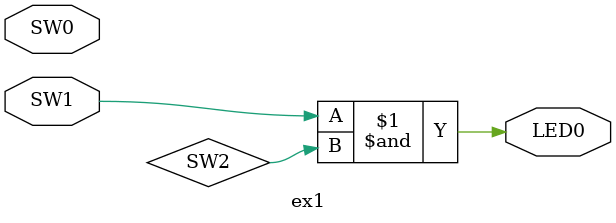
<source format=v>
module ex1(SW0, SW1, LED0);

input SW0, SW1;

output LED0;

and(LED0, SW1, SW2);

endmodule 
</source>
